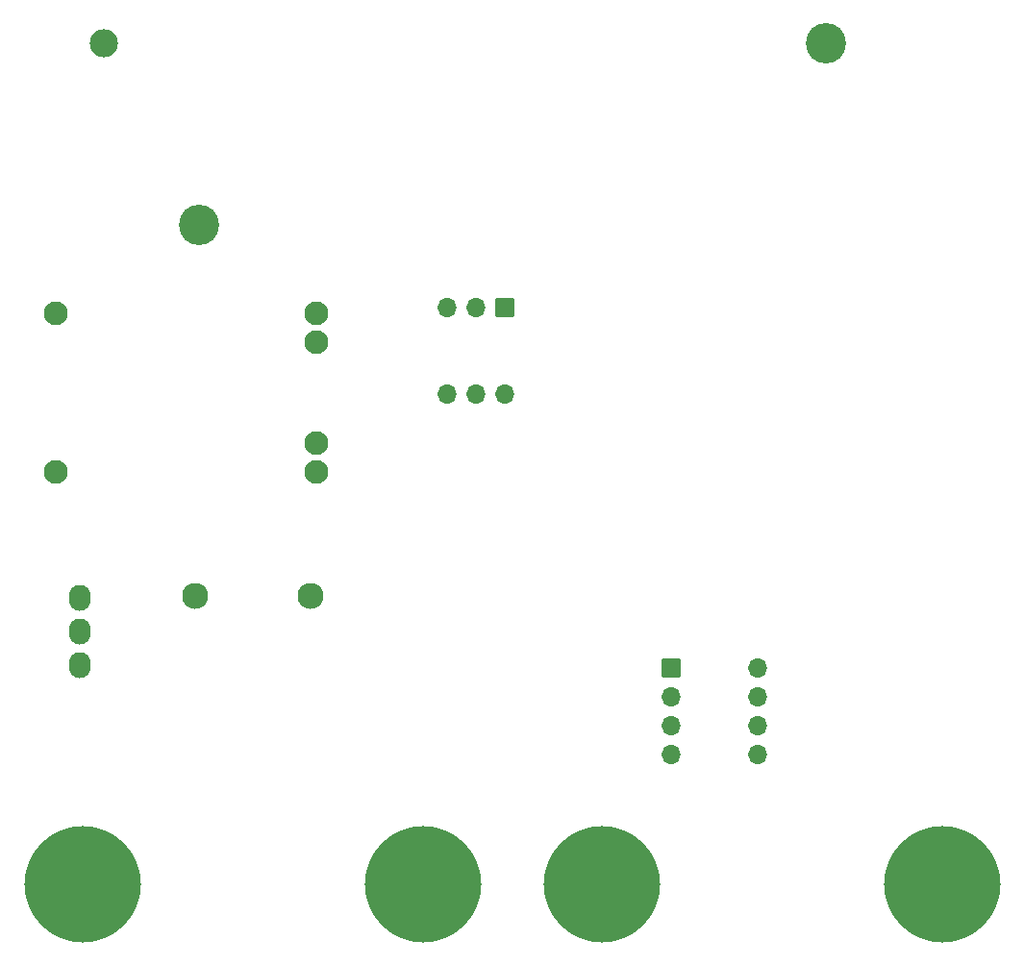
<source format=gbr>
%TF.GenerationSoftware,KiCad,Pcbnew,7.0.1*%
%TF.CreationDate,2023-05-16T20:26:06-05:00*%
%TF.ProjectId,SeneCurrent,53656e65-4375-4727-9265-6e742e6b6963,rev?*%
%TF.SameCoordinates,Original*%
%TF.FileFunction,Soldermask,Bot*%
%TF.FilePolarity,Negative*%
%FSLAX46Y46*%
G04 Gerber Fmt 4.6, Leading zero omitted, Abs format (unit mm)*
G04 Created by KiCad (PCBNEW 7.0.1) date 2023-05-16 20:26:06*
%MOMM*%
%LPD*%
G01*
G04 APERTURE LIST*
G04 Aperture macros list*
%AMRoundRect*
0 Rectangle with rounded corners*
0 $1 Rounding radius*
0 $2 $3 $4 $5 $6 $7 $8 $9 X,Y pos of 4 corners*
0 Add a 4 corners polygon primitive as box body*
4,1,4,$2,$3,$4,$5,$6,$7,$8,$9,$2,$3,0*
0 Add four circle primitives for the rounded corners*
1,1,$1+$1,$2,$3*
1,1,$1+$1,$4,$5*
1,1,$1+$1,$6,$7*
1,1,$1+$1,$8,$9*
0 Add four rect primitives between the rounded corners*
20,1,$1+$1,$2,$3,$4,$5,0*
20,1,$1+$1,$4,$5,$6,$7,0*
20,1,$1+$1,$6,$7,$8,$9,0*
20,1,$1+$1,$8,$9,$2,$3,0*%
G04 Aperture macros list end*
%ADD10C,2.300000*%
%ADD11C,10.260000*%
%ADD12O,1.900000X2.300000*%
%ADD13RoundRect,0.050000X-0.800000X0.800000X-0.800000X-0.800000X0.800000X-0.800000X0.800000X0.800000X0*%
%ADD14O,1.700000X1.700000*%
%ADD15C,2.100000*%
%ADD16C,2.490000*%
%ADD17C,3.550000*%
%ADD18RoundRect,0.050000X-0.800000X-0.800000X0.800000X-0.800000X0.800000X0.800000X-0.800000X0.800000X0*%
G04 APERTURE END LIST*
D10*
%TO.C,Rm1*%
X71120000Y-95250000D03*
X81280000Y-95250000D03*
%TD*%
D11*
%TO.C,J3*%
X106920000Y-120650000D03*
X136890000Y-120650000D03*
%TD*%
%TO.C,J2*%
X91200000Y-120650000D03*
X61230000Y-120650000D03*
%TD*%
D12*
%TO.C,SW1*%
X60960000Y-101425000D03*
X60960000Y-98425000D03*
X60960000Y-95425000D03*
%TD*%
D13*
%TO.C,SW2*%
X98410000Y-69892500D03*
D14*
X95870000Y-69892500D03*
X93330000Y-69892500D03*
X93330000Y-77512500D03*
X95870000Y-77512500D03*
X98410000Y-77512500D03*
%TD*%
D15*
%TO.C,TP1*%
X81845000Y-72915000D03*
X81845000Y-81835000D03*
X81845000Y-70375000D03*
X81845000Y-84375000D03*
X58845000Y-70375000D03*
X58845000Y-84375000D03*
%TD*%
D16*
%TO.C,J1*%
X63130000Y-46610000D03*
D17*
X71460000Y-62610000D03*
X126660000Y-46610000D03*
%TD*%
D18*
%TO.C,U2*%
X113030000Y-101600000D03*
D14*
X113030000Y-104140000D03*
X113030000Y-106680000D03*
X113030000Y-109220000D03*
X120650000Y-109220000D03*
X120650000Y-106680000D03*
X120650000Y-104140000D03*
X120650000Y-101600000D03*
%TD*%
M02*

</source>
